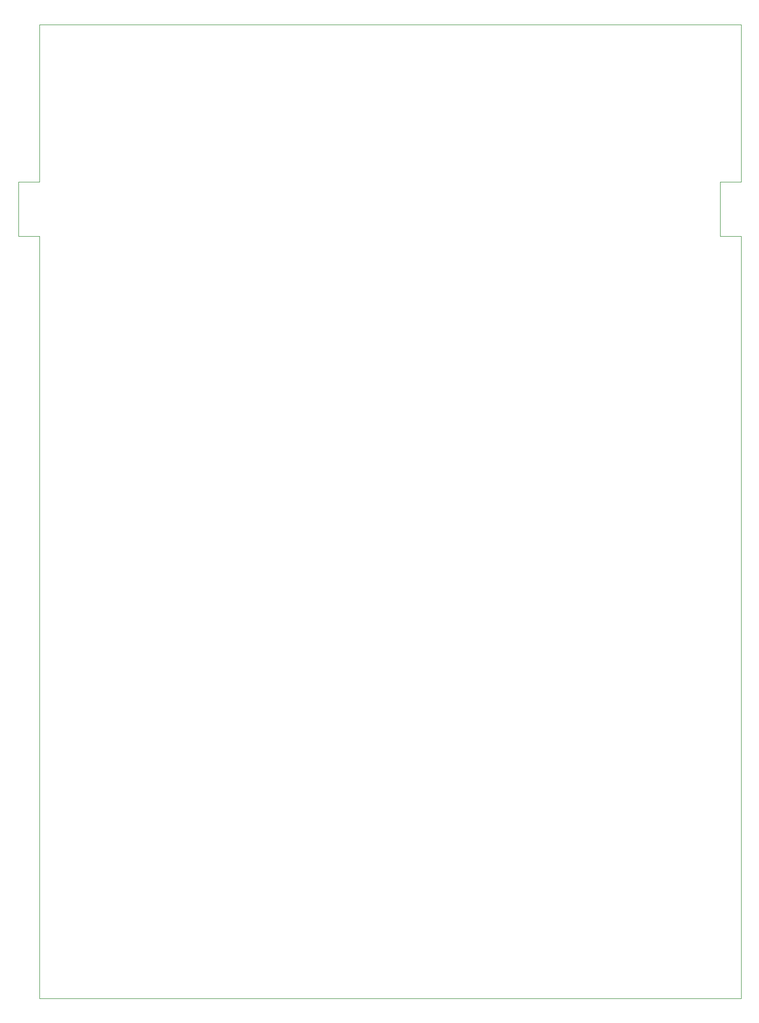
<source format=gm1>
G04 #@! TF.GenerationSoftware,KiCad,Pcbnew,8.0.8*
G04 #@! TF.CreationDate,2025-01-22T20:08:14-06:00*
G04 #@! TF.ProjectId,touch-pads,746f7563-682d-4706-9164-732e6b696361,rev?*
G04 #@! TF.SameCoordinates,Original*
G04 #@! TF.FileFunction,Profile,NP*
%FSLAX46Y46*%
G04 Gerber Fmt 4.6, Leading zero omitted, Abs format (unit mm)*
G04 Created by KiCad (PCBNEW 8.0.8) date 2025-01-22 20:08:14*
%MOMM*%
%LPD*%
G01*
G04 APERTURE LIST*
G04 #@! TA.AperFunction,Profile*
%ADD10C,0.050000*%
G04 #@! TD*
G04 APERTURE END LIST*
D10*
X321250000Y-100750000D02*
X321250000Y-126750000D01*
X205250000Y-100750000D02*
X205250000Y-126750000D01*
X201750000Y-126750000D02*
X201750000Y-135750000D01*
X321250000Y-135750000D02*
X317750000Y-135750000D01*
X321250000Y-135750000D02*
X321250000Y-261750000D01*
X205250000Y-135750000D02*
X205250000Y-261750000D01*
X321250000Y-261750000D02*
X205250000Y-261750000D01*
X205250000Y-135750000D02*
X201750000Y-135750000D01*
X205250000Y-100750000D02*
X321250000Y-100750000D01*
X317750000Y-126750000D02*
X317750000Y-135750000D01*
X201750000Y-126750000D02*
X205250000Y-126750000D01*
X317750000Y-126750000D02*
X321250000Y-126750000D01*
M02*

</source>
